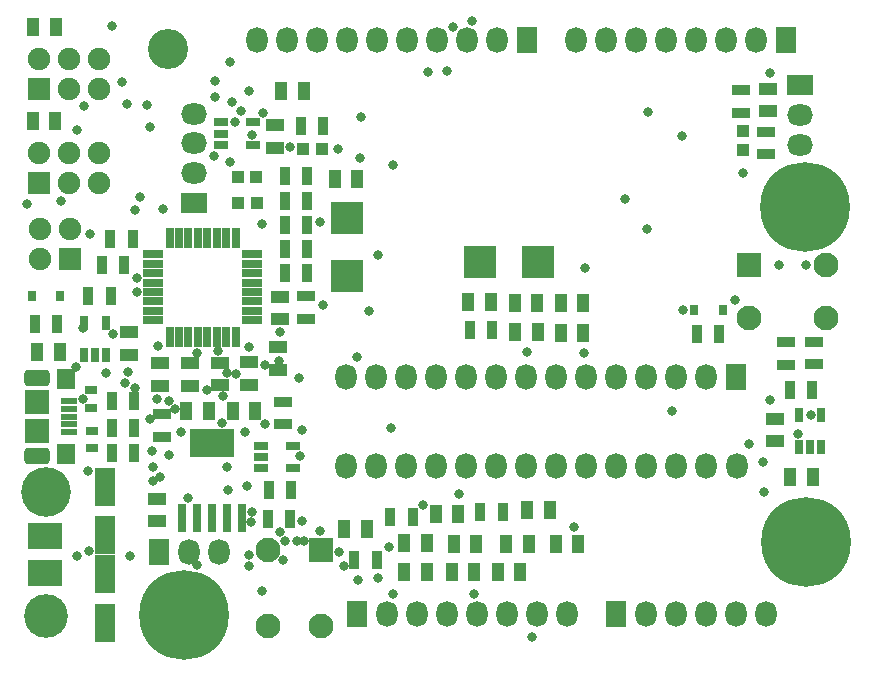
<source format=gts>
G04*
G04 #@! TF.GenerationSoftware,Altium Limited,Altium Designer,20.0.13 (296)*
G04*
G04 Layer_Color=8388736*
%FSLAX44Y44*%
%MOMM*%
G71*
G01*
G75*
%ADD27R,1.9000X1.9000*%
%ADD35R,1.1000X1.5000*%
%ADD36R,2.7000X2.8000*%
%ADD37R,0.9000X1.5000*%
%ADD38R,2.8000X2.7000*%
%ADD39R,0.7588X0.8858*%
%ADD40R,0.8000X2.4000*%
%ADD41R,3.7000X2.4000*%
%ADD42R,1.2000X0.7500*%
%ADD43R,0.7500X1.2000*%
%ADD44R,1.8000X3.2000*%
%ADD45R,1.5000X1.1000*%
%ADD46R,1.4500X0.5000*%
%ADD47R,1.5000X1.7000*%
%ADD48R,2.0000X2.0000*%
%ADD49R,2.9000X2.2000*%
%ADD50R,1.0000X1.0000*%
%ADD51R,1.0000X1.0000*%
%ADD52R,1.7000X0.7500*%
%ADD53R,0.7500X1.7000*%
%ADD54R,1.5000X0.9000*%
%ADD55R,1.1000X0.8000*%
%ADD56R,1.9000X1.9000*%
%ADD57C,1.9000*%
%ADD58O,2.2000X1.8000*%
%ADD59R,2.2000X1.8000*%
%ADD60O,1.8000X2.2000*%
%ADD61R,1.8000X2.2000*%
%ADD62C,3.4000*%
%ADD63C,3.7000*%
%ADD64C,4.2000*%
%ADD65C,2.1000*%
%ADD66R,2.1000X2.1000*%
%ADD67R,2.1000X2.1000*%
%ADD68C,7.6000*%
G04:AMPARAMS|DCode=69|XSize=2.18mm|YSize=1.43mm|CornerRadius=0.4025mm|HoleSize=0mm|Usage=FLASHONLY|Rotation=0.000|XOffset=0mm|YOffset=0mm|HoleType=Round|Shape=RoundedRectangle|*
%AMROUNDEDRECTD69*
21,1,2.1800,0.6250,0,0,0.0*
21,1,1.3750,1.4300,0,0,0.0*
1,1,0.8050,0.6875,-0.3125*
1,1,0.8050,-0.6875,-0.3125*
1,1,0.8050,-0.6875,0.3125*
1,1,0.8050,0.6875,0.3125*
%
%ADD69ROUNDEDRECTD69*%
%ADD70C,0.8000*%
D27*
X38676Y322556D02*
D03*
D35*
X137125Y193690D02*
D03*
X156125D02*
D03*
X262690Y390664D02*
D03*
X281690D02*
D03*
X473251Y260389D02*
D03*
X454251D02*
D03*
X217466Y465260D02*
D03*
X236466D02*
D03*
X419859Y57397D02*
D03*
X400858D02*
D03*
X394741Y285915D02*
D03*
X375741D02*
D03*
X434160Y285506D02*
D03*
X415160D02*
D03*
X270693Y93755D02*
D03*
X289693D02*
D03*
X321646Y57973D02*
D03*
X340646D02*
D03*
X321697Y82197D02*
D03*
X340697D02*
D03*
X380675Y57685D02*
D03*
X361675D02*
D03*
X7216Y439260D02*
D03*
X26216D02*
D03*
X26716Y519260D02*
D03*
X7716D02*
D03*
X434627Y260867D02*
D03*
X415627D02*
D03*
X407997Y81725D02*
D03*
X426997D02*
D03*
X29803Y244013D02*
D03*
X10803D02*
D03*
X425703Y110562D02*
D03*
X444703D02*
D03*
X176443Y193690D02*
D03*
X195443D02*
D03*
X382668Y81725D02*
D03*
X363668D02*
D03*
X648466Y138260D02*
D03*
X667466D02*
D03*
X348430Y106657D02*
D03*
X367430D02*
D03*
X454366Y285506D02*
D03*
X473365D02*
D03*
X449900Y81253D02*
D03*
X468900D02*
D03*
D36*
X434579Y320204D02*
D03*
X385578D02*
D03*
D37*
X225863Y127013D02*
D03*
X206863D02*
D03*
X239716Y392760D02*
D03*
X220716D02*
D03*
X239716Y372010D02*
D03*
X220716D02*
D03*
X239716Y351510D02*
D03*
X220716D02*
D03*
X92857Y202080D02*
D03*
X73857D02*
D03*
X72716Y339510D02*
D03*
X91716D02*
D03*
X93195Y179793D02*
D03*
X74195D02*
D03*
X74240Y158181D02*
D03*
X93240D02*
D03*
X239716Y330760D02*
D03*
X220716D02*
D03*
X239716Y310510D02*
D03*
X220716D02*
D03*
X233966Y435510D02*
D03*
X252966D02*
D03*
X206139Y102638D02*
D03*
X225139D02*
D03*
X73216Y291260D02*
D03*
X54216D02*
D03*
X404841Y108735D02*
D03*
X385841D02*
D03*
X328835Y104352D02*
D03*
X309835D02*
D03*
X84716Y317510D02*
D03*
X65716D02*
D03*
X27716Y267260D02*
D03*
X8716D02*
D03*
X569245Y259088D02*
D03*
X588246D02*
D03*
X298412Y67633D02*
D03*
X279412D02*
D03*
X647966Y211510D02*
D03*
X666966D02*
D03*
X377102Y262637D02*
D03*
X396102D02*
D03*
D38*
X273134Y357182D02*
D03*
Y308182D02*
D03*
D39*
X6216Y291010D02*
D03*
X30600D02*
D03*
X591547Y279200D02*
D03*
X567163D02*
D03*
D40*
X133566Y103510D02*
D03*
X146266Y103510D02*
D03*
X158966Y103510D02*
D03*
X184366D02*
D03*
X171666Y103510D02*
D03*
D41*
X158966Y167010D02*
D03*
D42*
X166216Y438260D02*
D03*
X166216Y428760D02*
D03*
X166216Y419260D02*
D03*
X193216Y438260D02*
D03*
X193216Y419260D02*
D03*
X200716Y164510D02*
D03*
X200716Y155010D02*
D03*
X200716Y145510D02*
D03*
X227716Y164510D02*
D03*
Y145510D02*
D03*
D43*
X50466Y241510D02*
D03*
X59966Y241510D02*
D03*
X69466Y241510D02*
D03*
X50466Y268510D02*
D03*
X69466D02*
D03*
X655466Y163260D02*
D03*
X664966Y163260D02*
D03*
X674466Y163260D02*
D03*
X655466Y190260D02*
D03*
X674466Y190260D02*
D03*
D44*
X68216Y55760D02*
D03*
Y14760D02*
D03*
X68466Y129760D02*
D03*
Y88760D02*
D03*
D45*
X190111Y216218D02*
D03*
Y235219D02*
D03*
X215100Y228758D02*
D03*
Y247758D02*
D03*
X112716Y119760D02*
D03*
Y100760D02*
D03*
X216216Y290760D02*
D03*
Y271760D02*
D03*
X165460Y234881D02*
D03*
Y215881D02*
D03*
X140471Y215543D02*
D03*
Y234543D02*
D03*
X115145Y234543D02*
D03*
Y215543D02*
D03*
X211966Y435760D02*
D03*
Y416760D02*
D03*
X629340Y448037D02*
D03*
Y467037D02*
D03*
X88622Y260607D02*
D03*
Y241607D02*
D03*
X635216Y187260D02*
D03*
Y168260D02*
D03*
D46*
X37466Y202260D02*
D03*
Y195760D02*
D03*
Y189260D02*
D03*
Y182760D02*
D03*
Y176260D02*
D03*
D47*
X35216Y221260D02*
D03*
Y157260D02*
D03*
D48*
X10716Y201260D02*
D03*
Y177260D02*
D03*
D49*
X17466Y56510D02*
D03*
Y88510D02*
D03*
D50*
X196466Y391760D02*
D03*
X180466D02*
D03*
X196716Y370510D02*
D03*
X180716D02*
D03*
X252216Y415760D02*
D03*
X236216D02*
D03*
D51*
X608319Y430702D02*
D03*
Y414702D02*
D03*
D52*
X192966Y270760D02*
D03*
Y278760D02*
D03*
Y286760D02*
D03*
Y294760D02*
D03*
Y302760D02*
D03*
Y310760D02*
D03*
Y318760D02*
D03*
Y326760D02*
D03*
X108966D02*
D03*
Y318760D02*
D03*
Y310760D02*
D03*
Y302760D02*
D03*
Y294760D02*
D03*
Y286760D02*
D03*
Y278760D02*
D03*
Y270760D02*
D03*
D53*
X178966Y340760D02*
D03*
X170966D02*
D03*
X162966D02*
D03*
X154966D02*
D03*
X146966D02*
D03*
X138966D02*
D03*
X130966D02*
D03*
X122966D02*
D03*
Y256760D02*
D03*
X130966D02*
D03*
X138966D02*
D03*
X146966D02*
D03*
X154966D02*
D03*
X162966D02*
D03*
X170966D02*
D03*
X178966D02*
D03*
D54*
X116158Y172364D02*
D03*
Y191364D02*
D03*
X606530Y465363D02*
D03*
Y446363D02*
D03*
X628018Y411339D02*
D03*
Y430339D02*
D03*
X219158Y201680D02*
D03*
Y182680D02*
D03*
X668466Y233510D02*
D03*
Y252510D02*
D03*
X644466Y233260D02*
D03*
Y252260D02*
D03*
X238466Y291010D02*
D03*
Y272010D02*
D03*
D55*
X56387Y211873D02*
D03*
Y196873D02*
D03*
X57449Y177310D02*
D03*
Y162310D02*
D03*
D56*
X12566Y387260D02*
D03*
X12666Y466610D02*
D03*
D57*
X37966Y387260D02*
D03*
X63366D02*
D03*
X12566Y412660D02*
D03*
X37966D02*
D03*
X63366D02*
D03*
X63466Y492010D02*
D03*
X38066D02*
D03*
X12666D02*
D03*
X63466Y466610D02*
D03*
X38066D02*
D03*
X13276Y347956D02*
D03*
Y322556D02*
D03*
X38676Y347956D02*
D03*
D58*
X143716Y420560D02*
D03*
Y395160D02*
D03*
Y445760D02*
D03*
X656716Y444360D02*
D03*
Y418960D02*
D03*
D59*
X143716Y369760D02*
D03*
X656716Y469760D02*
D03*
D60*
X164466Y75010D02*
D03*
X139066D02*
D03*
X197216Y508010D02*
D03*
X222616D02*
D03*
X248016D02*
D03*
X273416D02*
D03*
X298816D02*
D03*
X324216D02*
D03*
X349616D02*
D03*
X375016D02*
D03*
X400416D02*
D03*
X307009Y22357D02*
D03*
X332409D02*
D03*
X357809D02*
D03*
X383209D02*
D03*
X408609D02*
D03*
X434009D02*
D03*
X459409D02*
D03*
X619216Y507760D02*
D03*
X593816D02*
D03*
X568416D02*
D03*
X543016D02*
D03*
X517616D02*
D03*
X492216D02*
D03*
X466816D02*
D03*
X628170Y22357D02*
D03*
X602770D02*
D03*
X577370D02*
D03*
X551970D02*
D03*
X526570D02*
D03*
X272579Y147020D02*
D03*
X297979D02*
D03*
X323379D02*
D03*
X348779D02*
D03*
X374179D02*
D03*
X399579D02*
D03*
X424979D02*
D03*
X450379D02*
D03*
X475779D02*
D03*
X501179D02*
D03*
X526579D02*
D03*
X551979D02*
D03*
X577379D02*
D03*
X603679D02*
D03*
X272579Y222520D02*
D03*
X297979D02*
D03*
X323379D02*
D03*
X348779D02*
D03*
X374179D02*
D03*
X399579D02*
D03*
X424979D02*
D03*
X450379D02*
D03*
X475779D02*
D03*
X501179D02*
D03*
X526579D02*
D03*
X551979D02*
D03*
X577379D02*
D03*
D61*
X113666Y75010D02*
D03*
X425816Y508010D02*
D03*
X281609Y22357D02*
D03*
X644616Y507760D02*
D03*
X501170Y22357D02*
D03*
X602679Y222520D02*
D03*
D62*
X121966Y500760D02*
D03*
D63*
X17966Y20455D02*
D03*
D64*
Y125510D02*
D03*
D65*
X206304Y76550D02*
D03*
Y11550D02*
D03*
X251304D02*
D03*
X613466Y272760D02*
D03*
X678466D02*
D03*
Y317760D02*
D03*
D66*
X251304Y76550D02*
D03*
D67*
X613466Y317760D02*
D03*
D68*
X135466Y21260D02*
D03*
X660966Y366510D02*
D03*
X662190Y83191D02*
D03*
D69*
X10716Y222260D02*
D03*
Y156260D02*
D03*
D70*
X311827Y402456D02*
D03*
X224800Y417340D02*
D03*
X202450Y446388D02*
D03*
X429724Y2403D02*
D03*
X236804Y84138D02*
D03*
X167882Y206381D02*
D03*
X188906Y130509D02*
D03*
X107752Y160471D02*
D03*
X270912Y62398D02*
D03*
X218784Y67999D02*
D03*
X171808Y146348D02*
D03*
X172069Y127079D02*
D03*
X86682Y454094D02*
D03*
X113399Y249197D02*
D03*
X613498Y165876D02*
D03*
X179111Y225593D02*
D03*
X145896Y63913D02*
D03*
X44866Y71606D02*
D03*
X54406Y75097D02*
D03*
X193157Y108402D02*
D03*
X192150Y99640D02*
D03*
X173712Y404833D02*
D03*
X200850Y352335D02*
D03*
X75460Y258944D02*
D03*
X114649Y138364D02*
D03*
X43807Y231059D02*
D03*
X234757Y177531D02*
D03*
X234816Y100562D02*
D03*
X138716Y120634D02*
D03*
X112163Y203908D02*
D03*
X50293Y451961D02*
D03*
X266561Y74550D02*
D03*
X44477Y432069D02*
D03*
X220807Y83968D02*
D03*
X230647Y83863D02*
D03*
X166966Y184160D02*
D03*
X73793Y519726D02*
D03*
X284847Y443176D02*
D03*
X132371Y176366D02*
D03*
X145971Y243293D02*
D03*
X164151Y244381D02*
D03*
X108928Y146558D02*
D03*
X190113Y247959D02*
D03*
X381000Y39247D02*
D03*
X284315Y408203D02*
D03*
X508736Y373111D02*
D03*
X625839Y125196D02*
D03*
X631647Y480470D02*
D03*
X608509Y395385D02*
D03*
X601687Y288360D02*
D03*
X473429Y243159D02*
D03*
X425947Y243627D02*
D03*
X312044Y38641D02*
D03*
X190069Y72470D02*
D03*
X89313Y70989D02*
D03*
X108751Y135094D02*
D03*
X54171Y143075D02*
D03*
X215997Y236304D02*
D03*
X216360Y260618D02*
D03*
X204005Y182690D02*
D03*
X154460Y211662D02*
D03*
X87586Y226876D02*
D03*
X69466Y226049D02*
D03*
X2279Y368977D02*
D03*
X193048Y427518D02*
D03*
X160566Y410028D02*
D03*
X189993Y465329D02*
D03*
X173990Y489333D02*
D03*
X178015Y438301D02*
D03*
X161538Y459904D02*
D03*
X201041Y41510D02*
D03*
X265735Y415633D02*
D03*
X250620Y354292D02*
D03*
X655247Y174588D02*
D03*
X625658Y150521D02*
D03*
X474714Y315404D02*
D03*
X558067Y279256D02*
D03*
X368052Y123351D02*
D03*
X465700Y95586D02*
D03*
X299025Y52368D02*
D03*
X84908Y218059D02*
D03*
X186507Y176333D02*
D03*
X233617Y155964D02*
D03*
X49247Y263951D02*
D03*
X49708Y204373D02*
D03*
X171444Y225922D02*
D03*
X127625Y195438D02*
D03*
X203600Y232803D02*
D03*
X337320Y114193D02*
D03*
X93428Y213580D02*
D03*
X106231Y187421D02*
D03*
X216837Y91797D02*
D03*
X250685Y92471D02*
D03*
X308401Y78446D02*
D03*
X122404Y156684D02*
D03*
Y202332D02*
D03*
X190330Y62619D02*
D03*
X282469Y50601D02*
D03*
X183040Y448032D02*
D03*
X106154Y434622D02*
D03*
X161832Y473414D02*
D03*
X82879Y472805D02*
D03*
X55597Y343517D02*
D03*
X95147Y306705D02*
D03*
Y294688D02*
D03*
X299332Y325891D02*
D03*
X252910Y283371D02*
D03*
X232810Y222166D02*
D03*
X281434Y239794D02*
D03*
X661904Y317651D02*
D03*
X638681Y317559D02*
D03*
X30975Y372148D02*
D03*
X97501Y375282D02*
D03*
X93295Y364147D02*
D03*
X117594Y364719D02*
D03*
X341496Y480984D02*
D03*
X103816Y453374D02*
D03*
X358156Y481815D02*
D03*
X175543Y455480D02*
D03*
X666008Y190875D02*
D03*
X631618Y202979D02*
D03*
X310644Y179515D02*
D03*
X291574Y278587D02*
D03*
X362556Y518857D02*
D03*
X556426Y427176D02*
D03*
X527479Y348411D02*
D03*
X528386Y447453D02*
D03*
X378701Y524530D02*
D03*
X548014Y194271D02*
D03*
M02*

</source>
